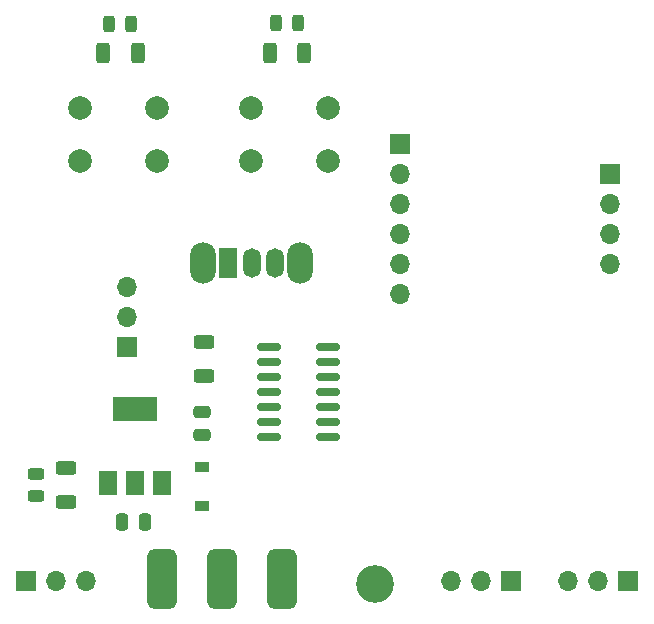
<source format=gbr>
%TF.GenerationSoftware,KiCad,Pcbnew,6.0.7-f9a2dced07~116~ubuntu22.04.1*%
%TF.CreationDate,2022-09-21T22:21:55-04:00*%
%TF.ProjectId,gimbal,67696d62-616c-42e6-9b69-6361645f7063,rev?*%
%TF.SameCoordinates,Original*%
%TF.FileFunction,Soldermask,Top*%
%TF.FilePolarity,Negative*%
%FSLAX46Y46*%
G04 Gerber Fmt 4.6, Leading zero omitted, Abs format (unit mm)*
G04 Created by KiCad (PCBNEW 6.0.7-f9a2dced07~116~ubuntu22.04.1) date 2022-09-21 22:21:55*
%MOMM*%
%LPD*%
G01*
G04 APERTURE LIST*
G04 Aperture macros list*
%AMRoundRect*
0 Rectangle with rounded corners*
0 $1 Rounding radius*
0 $2 $3 $4 $5 $6 $7 $8 $9 X,Y pos of 4 corners*
0 Add a 4 corners polygon primitive as box body*
4,1,4,$2,$3,$4,$5,$6,$7,$8,$9,$2,$3,0*
0 Add four circle primitives for the rounded corners*
1,1,$1+$1,$2,$3*
1,1,$1+$1,$4,$5*
1,1,$1+$1,$6,$7*
1,1,$1+$1,$8,$9*
0 Add four rect primitives between the rounded corners*
20,1,$1+$1,$2,$3,$4,$5,0*
20,1,$1+$1,$4,$5,$6,$7,0*
20,1,$1+$1,$6,$7,$8,$9,0*
20,1,$1+$1,$8,$9,$2,$3,0*%
G04 Aperture macros list end*
%ADD10RoundRect,0.250000X0.250000X0.475000X-0.250000X0.475000X-0.250000X-0.475000X0.250000X-0.475000X0*%
%ADD11RoundRect,0.250000X-0.475000X0.250000X-0.475000X-0.250000X0.475000X-0.250000X0.475000X0.250000X0*%
%ADD12R,1.200000X0.900000*%
%ADD13R,1.700000X1.700000*%
%ADD14O,1.700000X1.700000*%
%ADD15RoundRect,0.249999X-0.625001X0.312501X-0.625001X-0.312501X0.625001X-0.312501X0.625001X0.312501X0*%
%ADD16R,1.500000X2.000000*%
%ADD17R,3.800000X2.000000*%
%ADD18RoundRect,0.150000X0.825000X0.150000X-0.825000X0.150000X-0.825000X-0.150000X0.825000X-0.150000X0*%
%ADD19RoundRect,0.250000X0.625000X-0.312500X0.625000X0.312500X-0.625000X0.312500X-0.625000X-0.312500X0*%
%ADD20C,3.200000*%
%ADD21C,2.000000*%
%ADD22RoundRect,0.635000X-0.635000X-1.905000X0.635000X-1.905000X0.635000X1.905000X-0.635000X1.905000X0*%
%ADD23RoundRect,0.243750X0.243750X0.456250X-0.243750X0.456250X-0.243750X-0.456250X0.243750X-0.456250X0*%
%ADD24RoundRect,0.243750X0.456250X-0.243750X0.456250X0.243750X-0.456250X0.243750X-0.456250X-0.243750X0*%
%ADD25RoundRect,0.250000X-0.312500X-0.625000X0.312500X-0.625000X0.312500X0.625000X-0.312500X0.625000X0*%
%ADD26RoundRect,0.250000X0.312500X0.625000X-0.312500X0.625000X-0.312500X-0.625000X0.312500X-0.625000X0*%
%ADD27O,2.200000X3.500000*%
%ADD28R,1.500000X2.500000*%
%ADD29O,1.500000X2.500000*%
%ADD30RoundRect,0.243750X-0.243750X-0.456250X0.243750X-0.456250X0.243750X0.456250X-0.243750X0.456250X0*%
G04 APERTURE END LIST*
D10*
%TO.C,C1*%
X132649000Y-116967000D03*
X130749000Y-116967000D03*
%TD*%
D11*
%TO.C,C2*%
X137541000Y-107635000D03*
X137541000Y-109535000D03*
%TD*%
D12*
%TO.C,D1*%
X137541000Y-115569000D03*
X137541000Y-112269000D03*
%TD*%
D13*
%TO.C,J2*%
X131191000Y-102093000D03*
D14*
X131191000Y-99553000D03*
X131191000Y-97013000D03*
%TD*%
D13*
%TO.C,J3*%
X154305000Y-84963000D03*
D14*
X154305000Y-87503000D03*
X154305000Y-90043000D03*
X154305000Y-92583000D03*
X154305000Y-95123000D03*
X154305000Y-97663000D03*
%TD*%
D13*
%TO.C,J4*%
X163703000Y-121920000D03*
D14*
X161163000Y-121920000D03*
X158623000Y-121920000D03*
%TD*%
D13*
%TO.C,J6*%
X173609000Y-121920000D03*
D14*
X171069000Y-121920000D03*
X168529000Y-121920000D03*
%TD*%
D13*
%TO.C,J7*%
X172085000Y-87503000D03*
D14*
X172085000Y-90043000D03*
X172085000Y-92583000D03*
X172085000Y-95123000D03*
%TD*%
D15*
%TO.C,R1*%
X137668000Y-101661500D03*
X137668000Y-104586500D03*
%TD*%
D16*
%TO.C,U1*%
X129526000Y-113640000D03*
D17*
X131826000Y-107340000D03*
D16*
X131826000Y-113640000D03*
X134126000Y-113640000D03*
%TD*%
D18*
%TO.C,U2*%
X148144000Y-109728000D03*
X148144000Y-108458000D03*
X148144000Y-107188000D03*
X148144000Y-105918000D03*
X148144000Y-104648000D03*
X148144000Y-103378000D03*
X148144000Y-102108000D03*
X143194000Y-102108000D03*
X143194000Y-103378000D03*
X143194000Y-104648000D03*
X143194000Y-105918000D03*
X143194000Y-107188000D03*
X143194000Y-108458000D03*
X143194000Y-109728000D03*
%TD*%
D19*
%TO.C,R2*%
X125984000Y-115254500D03*
X125984000Y-112329500D03*
%TD*%
D13*
%TO.C,J1*%
X122570000Y-121920000D03*
D14*
X125110000Y-121920000D03*
X127650000Y-121920000D03*
%TD*%
D20*
%TO.C,H1*%
X152146000Y-122174000D03*
%TD*%
D21*
%TO.C,SW2*%
X141657000Y-86360000D03*
X148157000Y-86360000D03*
X141657000Y-81860000D03*
X148157000Y-81860000D03*
%TD*%
D22*
%TO.C,SW1*%
X134152000Y-121771000D03*
X139192000Y-121771000D03*
X144272000Y-121771000D03*
%TD*%
D23*
%TO.C,D3*%
X145639000Y-74676000D03*
X143764000Y-74676000D03*
%TD*%
D24*
%TO.C,D2*%
X123444000Y-114729500D03*
X123444000Y-112854500D03*
%TD*%
D25*
%TO.C,R4*%
X129145500Y-77216000D03*
X132070500Y-77216000D03*
%TD*%
D26*
%TO.C,R3*%
X146164000Y-77216000D03*
X143239000Y-77216000D03*
%TD*%
D27*
%TO.C,SW4*%
X145800000Y-94996000D03*
X137600000Y-94996000D03*
D28*
X139700000Y-94996000D03*
D29*
X141700000Y-94996000D03*
X143700000Y-94996000D03*
%TD*%
D30*
%TO.C,D4*%
X129618500Y-74793000D03*
X131493500Y-74793000D03*
%TD*%
D21*
%TO.C,SW3*%
X127179000Y-86360000D03*
X133679000Y-86360000D03*
X127179000Y-81860000D03*
X133679000Y-81860000D03*
%TD*%
M02*

</source>
